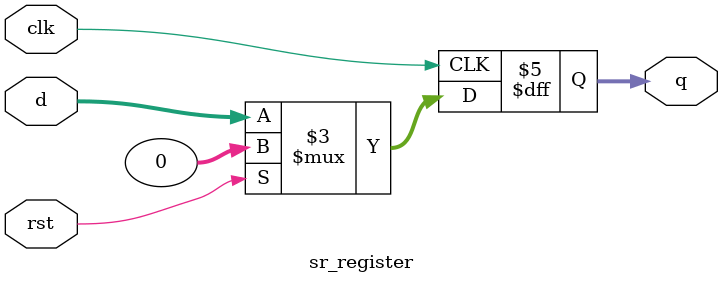
<source format=sv>

module sr_register
(
    input               clk,
    input               rst,
    input        [31:0] d,
    output logic [31:0] q
);

    always_ff @ (posedge clk)
        if (rst)
            q <= '0;
        else
            q <= d;

endmodule

</source>
